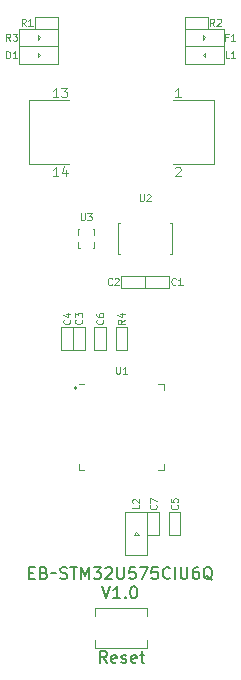
<source format=gto>
G04 #@! TF.GenerationSoftware,KiCad,Pcbnew,7.0.1*
G04 #@! TF.CreationDate,2023-03-20T20:29:13+09:00*
G04 #@! TF.ProjectId,EB-STM32U575CIU6Q,45422d53-544d-4333-9255-353735434955,V1.0*
G04 #@! TF.SameCoordinates,Original*
G04 #@! TF.FileFunction,Legend,Top*
G04 #@! TF.FilePolarity,Positive*
%FSLAX46Y46*%
G04 Gerber Fmt 4.6, Leading zero omitted, Abs format (unit mm)*
G04 Created by KiCad (PCBNEW 7.0.1) date 2023-03-20 20:29:13*
%MOMM*%
%LPD*%
G01*
G04 APERTURE LIST*
%ADD10C,0.150000*%
%ADD11C,0.100000*%
%ADD12C,0.120000*%
%ADD13C,0.200000*%
G04 APERTURE END LIST*
D10*
X-5950000Y-33350000D02*
X-5550000Y-33350000D01*
X-7790475Y-33328809D02*
X-7457142Y-33328809D01*
X-7314285Y-33852619D02*
X-7790475Y-33852619D01*
X-7790475Y-33852619D02*
X-7790475Y-32852619D01*
X-7790475Y-32852619D02*
X-7314285Y-32852619D01*
X-6552380Y-33328809D02*
X-6409523Y-33376428D01*
X-6409523Y-33376428D02*
X-6361904Y-33424047D01*
X-6361904Y-33424047D02*
X-6314285Y-33519285D01*
X-6314285Y-33519285D02*
X-6314285Y-33662142D01*
X-6314285Y-33662142D02*
X-6361904Y-33757380D01*
X-6361904Y-33757380D02*
X-6409523Y-33805000D01*
X-6409523Y-33805000D02*
X-6504761Y-33852619D01*
X-6504761Y-33852619D02*
X-6885713Y-33852619D01*
X-6885713Y-33852619D02*
X-6885713Y-32852619D01*
X-6885713Y-32852619D02*
X-6552380Y-32852619D01*
X-6552380Y-32852619D02*
X-6457142Y-32900238D01*
X-6457142Y-32900238D02*
X-6409523Y-32947857D01*
X-6409523Y-32947857D02*
X-6361904Y-33043095D01*
X-6361904Y-33043095D02*
X-6361904Y-33138333D01*
X-6361904Y-33138333D02*
X-6409523Y-33233571D01*
X-6409523Y-33233571D02*
X-6457142Y-33281190D01*
X-6457142Y-33281190D02*
X-6552380Y-33328809D01*
X-6552380Y-33328809D02*
X-6885713Y-33328809D01*
X-5171427Y-33805000D02*
X-5028570Y-33852619D01*
X-5028570Y-33852619D02*
X-4790475Y-33852619D01*
X-4790475Y-33852619D02*
X-4695237Y-33805000D01*
X-4695237Y-33805000D02*
X-4647618Y-33757380D01*
X-4647618Y-33757380D02*
X-4599999Y-33662142D01*
X-4599999Y-33662142D02*
X-4599999Y-33566904D01*
X-4599999Y-33566904D02*
X-4647618Y-33471666D01*
X-4647618Y-33471666D02*
X-4695237Y-33424047D01*
X-4695237Y-33424047D02*
X-4790475Y-33376428D01*
X-4790475Y-33376428D02*
X-4980951Y-33328809D01*
X-4980951Y-33328809D02*
X-5076189Y-33281190D01*
X-5076189Y-33281190D02*
X-5123808Y-33233571D01*
X-5123808Y-33233571D02*
X-5171427Y-33138333D01*
X-5171427Y-33138333D02*
X-5171427Y-33043095D01*
X-5171427Y-33043095D02*
X-5123808Y-32947857D01*
X-5123808Y-32947857D02*
X-5076189Y-32900238D01*
X-5076189Y-32900238D02*
X-4980951Y-32852619D01*
X-4980951Y-32852619D02*
X-4742856Y-32852619D01*
X-4742856Y-32852619D02*
X-4599999Y-32900238D01*
X-4314284Y-32852619D02*
X-3742856Y-32852619D01*
X-4028570Y-33852619D02*
X-4028570Y-32852619D01*
X-3409522Y-33852619D02*
X-3409522Y-32852619D01*
X-3409522Y-32852619D02*
X-3076189Y-33566904D01*
X-3076189Y-33566904D02*
X-2742856Y-32852619D01*
X-2742856Y-32852619D02*
X-2742856Y-33852619D01*
X-2361903Y-32852619D02*
X-1742856Y-32852619D01*
X-1742856Y-32852619D02*
X-2076189Y-33233571D01*
X-2076189Y-33233571D02*
X-1933332Y-33233571D01*
X-1933332Y-33233571D02*
X-1838094Y-33281190D01*
X-1838094Y-33281190D02*
X-1790475Y-33328809D01*
X-1790475Y-33328809D02*
X-1742856Y-33424047D01*
X-1742856Y-33424047D02*
X-1742856Y-33662142D01*
X-1742856Y-33662142D02*
X-1790475Y-33757380D01*
X-1790475Y-33757380D02*
X-1838094Y-33805000D01*
X-1838094Y-33805000D02*
X-1933332Y-33852619D01*
X-1933332Y-33852619D02*
X-2219046Y-33852619D01*
X-2219046Y-33852619D02*
X-2314284Y-33805000D01*
X-2314284Y-33805000D02*
X-2361903Y-33757380D01*
X-1361903Y-32947857D02*
X-1314284Y-32900238D01*
X-1314284Y-32900238D02*
X-1219046Y-32852619D01*
X-1219046Y-32852619D02*
X-980951Y-32852619D01*
X-980951Y-32852619D02*
X-885713Y-32900238D01*
X-885713Y-32900238D02*
X-838094Y-32947857D01*
X-838094Y-32947857D02*
X-790475Y-33043095D01*
X-790475Y-33043095D02*
X-790475Y-33138333D01*
X-790475Y-33138333D02*
X-838094Y-33281190D01*
X-838094Y-33281190D02*
X-1409522Y-33852619D01*
X-1409522Y-33852619D02*
X-790475Y-33852619D01*
X-361903Y-32852619D02*
X-361903Y-33662142D01*
X-361903Y-33662142D02*
X-314284Y-33757380D01*
X-314284Y-33757380D02*
X-266665Y-33805000D01*
X-266665Y-33805000D02*
X-171427Y-33852619D01*
X-171427Y-33852619D02*
X19048Y-33852619D01*
X19048Y-33852619D02*
X114286Y-33805000D01*
X114286Y-33805000D02*
X161905Y-33757380D01*
X161905Y-33757380D02*
X209524Y-33662142D01*
X209524Y-33662142D02*
X209524Y-32852619D01*
X1161905Y-32852619D02*
X685715Y-32852619D01*
X685715Y-32852619D02*
X638096Y-33328809D01*
X638096Y-33328809D02*
X685715Y-33281190D01*
X685715Y-33281190D02*
X780953Y-33233571D01*
X780953Y-33233571D02*
X1019048Y-33233571D01*
X1019048Y-33233571D02*
X1114286Y-33281190D01*
X1114286Y-33281190D02*
X1161905Y-33328809D01*
X1161905Y-33328809D02*
X1209524Y-33424047D01*
X1209524Y-33424047D02*
X1209524Y-33662142D01*
X1209524Y-33662142D02*
X1161905Y-33757380D01*
X1161905Y-33757380D02*
X1114286Y-33805000D01*
X1114286Y-33805000D02*
X1019048Y-33852619D01*
X1019048Y-33852619D02*
X780953Y-33852619D01*
X780953Y-33852619D02*
X685715Y-33805000D01*
X685715Y-33805000D02*
X638096Y-33757380D01*
X1542858Y-32852619D02*
X2209524Y-32852619D01*
X2209524Y-32852619D02*
X1780953Y-33852619D01*
X3066667Y-32852619D02*
X2590477Y-32852619D01*
X2590477Y-32852619D02*
X2542858Y-33328809D01*
X2542858Y-33328809D02*
X2590477Y-33281190D01*
X2590477Y-33281190D02*
X2685715Y-33233571D01*
X2685715Y-33233571D02*
X2923810Y-33233571D01*
X2923810Y-33233571D02*
X3019048Y-33281190D01*
X3019048Y-33281190D02*
X3066667Y-33328809D01*
X3066667Y-33328809D02*
X3114286Y-33424047D01*
X3114286Y-33424047D02*
X3114286Y-33662142D01*
X3114286Y-33662142D02*
X3066667Y-33757380D01*
X3066667Y-33757380D02*
X3019048Y-33805000D01*
X3019048Y-33805000D02*
X2923810Y-33852619D01*
X2923810Y-33852619D02*
X2685715Y-33852619D01*
X2685715Y-33852619D02*
X2590477Y-33805000D01*
X2590477Y-33805000D02*
X2542858Y-33757380D01*
X4114286Y-33757380D02*
X4066667Y-33805000D01*
X4066667Y-33805000D02*
X3923810Y-33852619D01*
X3923810Y-33852619D02*
X3828572Y-33852619D01*
X3828572Y-33852619D02*
X3685715Y-33805000D01*
X3685715Y-33805000D02*
X3590477Y-33709761D01*
X3590477Y-33709761D02*
X3542858Y-33614523D01*
X3542858Y-33614523D02*
X3495239Y-33424047D01*
X3495239Y-33424047D02*
X3495239Y-33281190D01*
X3495239Y-33281190D02*
X3542858Y-33090714D01*
X3542858Y-33090714D02*
X3590477Y-32995476D01*
X3590477Y-32995476D02*
X3685715Y-32900238D01*
X3685715Y-32900238D02*
X3828572Y-32852619D01*
X3828572Y-32852619D02*
X3923810Y-32852619D01*
X3923810Y-32852619D02*
X4066667Y-32900238D01*
X4066667Y-32900238D02*
X4114286Y-32947857D01*
X4542858Y-33852619D02*
X4542858Y-32852619D01*
X5019048Y-32852619D02*
X5019048Y-33662142D01*
X5019048Y-33662142D02*
X5066667Y-33757380D01*
X5066667Y-33757380D02*
X5114286Y-33805000D01*
X5114286Y-33805000D02*
X5209524Y-33852619D01*
X5209524Y-33852619D02*
X5400000Y-33852619D01*
X5400000Y-33852619D02*
X5495238Y-33805000D01*
X5495238Y-33805000D02*
X5542857Y-33757380D01*
X5542857Y-33757380D02*
X5590476Y-33662142D01*
X5590476Y-33662142D02*
X5590476Y-32852619D01*
X6495238Y-32852619D02*
X6304762Y-32852619D01*
X6304762Y-32852619D02*
X6209524Y-32900238D01*
X6209524Y-32900238D02*
X6161905Y-32947857D01*
X6161905Y-32947857D02*
X6066667Y-33090714D01*
X6066667Y-33090714D02*
X6019048Y-33281190D01*
X6019048Y-33281190D02*
X6019048Y-33662142D01*
X6019048Y-33662142D02*
X6066667Y-33757380D01*
X6066667Y-33757380D02*
X6114286Y-33805000D01*
X6114286Y-33805000D02*
X6209524Y-33852619D01*
X6209524Y-33852619D02*
X6400000Y-33852619D01*
X6400000Y-33852619D02*
X6495238Y-33805000D01*
X6495238Y-33805000D02*
X6542857Y-33757380D01*
X6542857Y-33757380D02*
X6590476Y-33662142D01*
X6590476Y-33662142D02*
X6590476Y-33424047D01*
X6590476Y-33424047D02*
X6542857Y-33328809D01*
X6542857Y-33328809D02*
X6495238Y-33281190D01*
X6495238Y-33281190D02*
X6400000Y-33233571D01*
X6400000Y-33233571D02*
X6209524Y-33233571D01*
X6209524Y-33233571D02*
X6114286Y-33281190D01*
X6114286Y-33281190D02*
X6066667Y-33328809D01*
X6066667Y-33328809D02*
X6019048Y-33424047D01*
X7685714Y-33947857D02*
X7590476Y-33900238D01*
X7590476Y-33900238D02*
X7495238Y-33805000D01*
X7495238Y-33805000D02*
X7352381Y-33662142D01*
X7352381Y-33662142D02*
X7257143Y-33614523D01*
X7257143Y-33614523D02*
X7161905Y-33614523D01*
X7209524Y-33852619D02*
X7114286Y-33805000D01*
X7114286Y-33805000D02*
X7019048Y-33709761D01*
X7019048Y-33709761D02*
X6971429Y-33519285D01*
X6971429Y-33519285D02*
X6971429Y-33185952D01*
X6971429Y-33185952D02*
X7019048Y-32995476D01*
X7019048Y-32995476D02*
X7114286Y-32900238D01*
X7114286Y-32900238D02*
X7209524Y-32852619D01*
X7209524Y-32852619D02*
X7400000Y-32852619D01*
X7400000Y-32852619D02*
X7495238Y-32900238D01*
X7495238Y-32900238D02*
X7590476Y-32995476D01*
X7590476Y-32995476D02*
X7638095Y-33185952D01*
X7638095Y-33185952D02*
X7638095Y-33519285D01*
X7638095Y-33519285D02*
X7590476Y-33709761D01*
X7590476Y-33709761D02*
X7495238Y-33805000D01*
X7495238Y-33805000D02*
X7400000Y-33852619D01*
X7400000Y-33852619D02*
X7209524Y-33852619D01*
X-1623808Y-34472619D02*
X-1290475Y-35472619D01*
X-1290475Y-35472619D02*
X-957142Y-34472619D01*
X-99999Y-35472619D02*
X-671427Y-35472619D01*
X-385713Y-35472619D02*
X-385713Y-34472619D01*
X-385713Y-34472619D02*
X-480951Y-34615476D01*
X-480951Y-34615476D02*
X-576189Y-34710714D01*
X-576189Y-34710714D02*
X-671427Y-34758333D01*
X328572Y-35377380D02*
X376191Y-35425000D01*
X376191Y-35425000D02*
X328572Y-35472619D01*
X328572Y-35472619D02*
X280953Y-35425000D01*
X280953Y-35425000D02*
X328572Y-35377380D01*
X328572Y-35377380D02*
X328572Y-35472619D01*
X995238Y-34472619D02*
X1090476Y-34472619D01*
X1090476Y-34472619D02*
X1185714Y-34520238D01*
X1185714Y-34520238D02*
X1233333Y-34567857D01*
X1233333Y-34567857D02*
X1280952Y-34663095D01*
X1280952Y-34663095D02*
X1328571Y-34853571D01*
X1328571Y-34853571D02*
X1328571Y-35091666D01*
X1328571Y-35091666D02*
X1280952Y-35282142D01*
X1280952Y-35282142D02*
X1233333Y-35377380D01*
X1233333Y-35377380D02*
X1185714Y-35425000D01*
X1185714Y-35425000D02*
X1090476Y-35472619D01*
X1090476Y-35472619D02*
X995238Y-35472619D01*
X995238Y-35472619D02*
X900000Y-35425000D01*
X900000Y-35425000D02*
X852381Y-35377380D01*
X852381Y-35377380D02*
X804762Y-35282142D01*
X804762Y-35282142D02*
X757143Y-35091666D01*
X757143Y-35091666D02*
X757143Y-34853571D01*
X757143Y-34853571D02*
X804762Y-34663095D01*
X804762Y-34663095D02*
X852381Y-34567857D01*
X852381Y-34567857D02*
X900000Y-34520238D01*
X900000Y-34520238D02*
X995238Y-34472619D01*
X-1238095Y-40962619D02*
X-1571428Y-40486428D01*
X-1809523Y-40962619D02*
X-1809523Y-39962619D01*
X-1809523Y-39962619D02*
X-1428571Y-39962619D01*
X-1428571Y-39962619D02*
X-1333333Y-40010238D01*
X-1333333Y-40010238D02*
X-1285714Y-40057857D01*
X-1285714Y-40057857D02*
X-1238095Y-40153095D01*
X-1238095Y-40153095D02*
X-1238095Y-40295952D01*
X-1238095Y-40295952D02*
X-1285714Y-40391190D01*
X-1285714Y-40391190D02*
X-1333333Y-40438809D01*
X-1333333Y-40438809D02*
X-1428571Y-40486428D01*
X-1428571Y-40486428D02*
X-1809523Y-40486428D01*
X-428571Y-40915000D02*
X-523809Y-40962619D01*
X-523809Y-40962619D02*
X-714285Y-40962619D01*
X-714285Y-40962619D02*
X-809523Y-40915000D01*
X-809523Y-40915000D02*
X-857142Y-40819761D01*
X-857142Y-40819761D02*
X-857142Y-40438809D01*
X-857142Y-40438809D02*
X-809523Y-40343571D01*
X-809523Y-40343571D02*
X-714285Y-40295952D01*
X-714285Y-40295952D02*
X-523809Y-40295952D01*
X-523809Y-40295952D02*
X-428571Y-40343571D01*
X-428571Y-40343571D02*
X-380952Y-40438809D01*
X-380952Y-40438809D02*
X-380952Y-40534047D01*
X-380952Y-40534047D02*
X-857142Y-40629285D01*
X0Y-40915000D02*
X95238Y-40962619D01*
X95238Y-40962619D02*
X285714Y-40962619D01*
X285714Y-40962619D02*
X380952Y-40915000D01*
X380952Y-40915000D02*
X428571Y-40819761D01*
X428571Y-40819761D02*
X428571Y-40772142D01*
X428571Y-40772142D02*
X380952Y-40676904D01*
X380952Y-40676904D02*
X285714Y-40629285D01*
X285714Y-40629285D02*
X142857Y-40629285D01*
X142857Y-40629285D02*
X47619Y-40581666D01*
X47619Y-40581666D02*
X0Y-40486428D01*
X0Y-40486428D02*
X0Y-40438809D01*
X0Y-40438809D02*
X47619Y-40343571D01*
X47619Y-40343571D02*
X142857Y-40295952D01*
X142857Y-40295952D02*
X285714Y-40295952D01*
X285714Y-40295952D02*
X380952Y-40343571D01*
X1238095Y-40915000D02*
X1142857Y-40962619D01*
X1142857Y-40962619D02*
X952381Y-40962619D01*
X952381Y-40962619D02*
X857143Y-40915000D01*
X857143Y-40915000D02*
X809524Y-40819761D01*
X809524Y-40819761D02*
X809524Y-40438809D01*
X809524Y-40438809D02*
X857143Y-40343571D01*
X857143Y-40343571D02*
X952381Y-40295952D01*
X952381Y-40295952D02*
X1142857Y-40295952D01*
X1142857Y-40295952D02*
X1238095Y-40343571D01*
X1238095Y-40343571D02*
X1285714Y-40438809D01*
X1285714Y-40438809D02*
X1285714Y-40534047D01*
X1285714Y-40534047D02*
X809524Y-40629285D01*
X1571429Y-40295952D02*
X1952381Y-40295952D01*
X1714286Y-39962619D02*
X1714286Y-40819761D01*
X1714286Y-40819761D02*
X1761905Y-40915000D01*
X1761905Y-40915000D02*
X1857143Y-40962619D01*
X1857143Y-40962619D02*
X1952381Y-40962619D01*
D11*
X1542857Y-1277571D02*
X1542857Y-1763285D01*
X1542857Y-1763285D02*
X1571428Y-1820428D01*
X1571428Y-1820428D02*
X1600000Y-1849000D01*
X1600000Y-1849000D02*
X1657142Y-1877571D01*
X1657142Y-1877571D02*
X1771428Y-1877571D01*
X1771428Y-1877571D02*
X1828571Y-1849000D01*
X1828571Y-1849000D02*
X1857142Y-1820428D01*
X1857142Y-1820428D02*
X1885714Y-1763285D01*
X1885714Y-1763285D02*
X1885714Y-1277571D01*
X2142856Y-1334714D02*
X2171428Y-1306142D01*
X2171428Y-1306142D02*
X2228571Y-1277571D01*
X2228571Y-1277571D02*
X2371428Y-1277571D01*
X2371428Y-1277571D02*
X2428571Y-1306142D01*
X2428571Y-1306142D02*
X2457142Y-1334714D01*
X2457142Y-1334714D02*
X2485713Y-1391857D01*
X2485713Y-1391857D02*
X2485713Y-1449000D01*
X2485713Y-1449000D02*
X2457142Y-1534714D01*
X2457142Y-1534714D02*
X2114285Y-1877571D01*
X2114285Y-1877571D02*
X2485713Y-1877571D01*
D12*
X4571428Y953714D02*
X4609524Y991809D01*
X4609524Y991809D02*
X4685714Y1029904D01*
X4685714Y1029904D02*
X4876190Y1029904D01*
X4876190Y1029904D02*
X4952381Y991809D01*
X4952381Y991809D02*
X4990476Y953714D01*
X4990476Y953714D02*
X5028571Y877523D01*
X5028571Y877523D02*
X5028571Y801333D01*
X5028571Y801333D02*
X4990476Y687047D01*
X4990476Y687047D02*
X4533333Y229904D01*
X4533333Y229904D02*
X5028571Y229904D01*
X-5352381Y6929904D02*
X-5809524Y6929904D01*
X-5580952Y6929904D02*
X-5580952Y7729904D01*
X-5580952Y7729904D02*
X-5657143Y7615619D01*
X-5657143Y7615619D02*
X-5733333Y7539428D01*
X-5733333Y7539428D02*
X-5809524Y7501333D01*
X-5085714Y7729904D02*
X-4590476Y7729904D01*
X-4590476Y7729904D02*
X-4857142Y7425142D01*
X-4857142Y7425142D02*
X-4742857Y7425142D01*
X-4742857Y7425142D02*
X-4666666Y7387047D01*
X-4666666Y7387047D02*
X-4628571Y7348952D01*
X-4628571Y7348952D02*
X-4590476Y7272761D01*
X-4590476Y7272761D02*
X-4590476Y7082285D01*
X-4590476Y7082285D02*
X-4628571Y7006095D01*
X-4628571Y7006095D02*
X-4666666Y6968000D01*
X-4666666Y6968000D02*
X-4742857Y6929904D01*
X-4742857Y6929904D02*
X-4971428Y6929904D01*
X-4971428Y6929904D02*
X-5047619Y6968000D01*
X-5047619Y6968000D02*
X-5085714Y7006095D01*
X5028571Y6929904D02*
X4571428Y6929904D01*
X4800000Y6929904D02*
X4800000Y7729904D01*
X4800000Y7729904D02*
X4723809Y7615619D01*
X4723809Y7615619D02*
X4647619Y7539428D01*
X4647619Y7539428D02*
X4571428Y7501333D01*
X-5352381Y229904D02*
X-5809524Y229904D01*
X-5580952Y229904D02*
X-5580952Y1029904D01*
X-5580952Y1029904D02*
X-5657143Y915619D01*
X-5657143Y915619D02*
X-5733333Y839428D01*
X-5733333Y839428D02*
X-5809524Y801333D01*
X-4666666Y763238D02*
X-4666666Y229904D01*
X-4857142Y1068000D02*
X-5047619Y496571D01*
X-5047619Y496571D02*
X-4552380Y496571D01*
D11*
X1527571Y-27599999D02*
X1527571Y-27885713D01*
X1527571Y-27885713D02*
X927571Y-27885713D01*
X984714Y-27428571D02*
X956142Y-27399999D01*
X956142Y-27399999D02*
X927571Y-27342857D01*
X927571Y-27342857D02*
X927571Y-27199999D01*
X927571Y-27199999D02*
X956142Y-27142857D01*
X956142Y-27142857D02*
X984714Y-27114285D01*
X984714Y-27114285D02*
X1041857Y-27085714D01*
X1041857Y-27085714D02*
X1099000Y-27085714D01*
X1099000Y-27085714D02*
X1184714Y-27114285D01*
X1184714Y-27114285D02*
X1527571Y-27457142D01*
X1527571Y-27457142D02*
X1527571Y-27085714D01*
X2920428Y-27599999D02*
X2949000Y-27628571D01*
X2949000Y-27628571D02*
X2977571Y-27714285D01*
X2977571Y-27714285D02*
X2977571Y-27771428D01*
X2977571Y-27771428D02*
X2949000Y-27857142D01*
X2949000Y-27857142D02*
X2891857Y-27914285D01*
X2891857Y-27914285D02*
X2834714Y-27942856D01*
X2834714Y-27942856D02*
X2720428Y-27971428D01*
X2720428Y-27971428D02*
X2634714Y-27971428D01*
X2634714Y-27971428D02*
X2520428Y-27942856D01*
X2520428Y-27942856D02*
X2463285Y-27914285D01*
X2463285Y-27914285D02*
X2406142Y-27857142D01*
X2406142Y-27857142D02*
X2377571Y-27771428D01*
X2377571Y-27771428D02*
X2377571Y-27714285D01*
X2377571Y-27714285D02*
X2406142Y-27628571D01*
X2406142Y-27628571D02*
X2434714Y-27599999D01*
X2377571Y-27399999D02*
X2377571Y-26999999D01*
X2377571Y-26999999D02*
X2977571Y-27257142D01*
X277571Y-11899999D02*
X-8142Y-12099999D01*
X277571Y-12242856D02*
X-322428Y-12242856D01*
X-322428Y-12242856D02*
X-322428Y-12014285D01*
X-322428Y-12014285D02*
X-293857Y-11957142D01*
X-293857Y-11957142D02*
X-265285Y-11928571D01*
X-265285Y-11928571D02*
X-208142Y-11899999D01*
X-208142Y-11899999D02*
X-122428Y-11899999D01*
X-122428Y-11899999D02*
X-65285Y-11928571D01*
X-65285Y-11928571D02*
X-36714Y-11957142D01*
X-36714Y-11957142D02*
X-8142Y-12014285D01*
X-8142Y-12014285D02*
X-8142Y-12242856D01*
X-122428Y-11385714D02*
X277571Y-11385714D01*
X-351000Y-11528571D02*
X77571Y-11671428D01*
X77571Y-11671428D02*
X77571Y-11299999D01*
X9000000Y12036714D02*
X8800000Y12036714D01*
X8800000Y11722428D02*
X8800000Y12322428D01*
X8800000Y12322428D02*
X9085714Y12322428D01*
X9628571Y11722428D02*
X9285714Y11722428D01*
X9457143Y11722428D02*
X9457143Y12322428D01*
X9457143Y12322428D02*
X9400000Y12236714D01*
X9400000Y12236714D02*
X9342857Y12179571D01*
X9342857Y12179571D02*
X9285714Y12151000D01*
X-799999Y-8920428D02*
X-828571Y-8949000D01*
X-828571Y-8949000D02*
X-914285Y-8977571D01*
X-914285Y-8977571D02*
X-971428Y-8977571D01*
X-971428Y-8977571D02*
X-1057142Y-8949000D01*
X-1057142Y-8949000D02*
X-1114285Y-8891857D01*
X-1114285Y-8891857D02*
X-1142856Y-8834714D01*
X-1142856Y-8834714D02*
X-1171428Y-8720428D01*
X-1171428Y-8720428D02*
X-1171428Y-8634714D01*
X-1171428Y-8634714D02*
X-1142856Y-8520428D01*
X-1142856Y-8520428D02*
X-1114285Y-8463285D01*
X-1114285Y-8463285D02*
X-1057142Y-8406142D01*
X-1057142Y-8406142D02*
X-971428Y-8377571D01*
X-971428Y-8377571D02*
X-914285Y-8377571D01*
X-914285Y-8377571D02*
X-828571Y-8406142D01*
X-828571Y-8406142D02*
X-799999Y-8434714D01*
X-571428Y-8434714D02*
X-542856Y-8406142D01*
X-542856Y-8406142D02*
X-485714Y-8377571D01*
X-485714Y-8377571D02*
X-342856Y-8377571D01*
X-342856Y-8377571D02*
X-285714Y-8406142D01*
X-285714Y-8406142D02*
X-257142Y-8434714D01*
X-257142Y-8434714D02*
X-228571Y-8491857D01*
X-228571Y-8491857D02*
X-228571Y-8549000D01*
X-228571Y-8549000D02*
X-257142Y-8634714D01*
X-257142Y-8634714D02*
X-599999Y-8977571D01*
X-599999Y-8977571D02*
X-228571Y-8977571D01*
X-4379571Y-11899999D02*
X-4351000Y-11928571D01*
X-4351000Y-11928571D02*
X-4322428Y-12014285D01*
X-4322428Y-12014285D02*
X-4322428Y-12071428D01*
X-4322428Y-12071428D02*
X-4351000Y-12157142D01*
X-4351000Y-12157142D02*
X-4408142Y-12214285D01*
X-4408142Y-12214285D02*
X-4465285Y-12242856D01*
X-4465285Y-12242856D02*
X-4579571Y-12271428D01*
X-4579571Y-12271428D02*
X-4665285Y-12271428D01*
X-4665285Y-12271428D02*
X-4779571Y-12242856D01*
X-4779571Y-12242856D02*
X-4836714Y-12214285D01*
X-4836714Y-12214285D02*
X-4893857Y-12157142D01*
X-4893857Y-12157142D02*
X-4922428Y-12071428D01*
X-4922428Y-12071428D02*
X-4922428Y-12014285D01*
X-4922428Y-12014285D02*
X-4893857Y-11928571D01*
X-4893857Y-11928571D02*
X-4865285Y-11899999D01*
X-4722428Y-11385714D02*
X-4322428Y-11385714D01*
X-4951000Y-11528571D02*
X-4522428Y-11671428D01*
X-4522428Y-11671428D02*
X-4522428Y-11299999D01*
X7850000Y12972428D02*
X7650000Y13258142D01*
X7507143Y12972428D02*
X7507143Y13572428D01*
X7507143Y13572428D02*
X7735714Y13572428D01*
X7735714Y13572428D02*
X7792857Y13543857D01*
X7792857Y13543857D02*
X7821428Y13515285D01*
X7821428Y13515285D02*
X7850000Y13458142D01*
X7850000Y13458142D02*
X7850000Y13372428D01*
X7850000Y13372428D02*
X7821428Y13315285D01*
X7821428Y13315285D02*
X7792857Y13286714D01*
X7792857Y13286714D02*
X7735714Y13258142D01*
X7735714Y13258142D02*
X7507143Y13258142D01*
X8078571Y13515285D02*
X8107143Y13543857D01*
X8107143Y13543857D02*
X8164286Y13572428D01*
X8164286Y13572428D02*
X8307143Y13572428D01*
X8307143Y13572428D02*
X8364286Y13543857D01*
X8364286Y13543857D02*
X8392857Y13515285D01*
X8392857Y13515285D02*
X8421428Y13458142D01*
X8421428Y13458142D02*
X8421428Y13401000D01*
X8421428Y13401000D02*
X8392857Y13315285D01*
X8392857Y13315285D02*
X8050000Y12972428D01*
X8050000Y12972428D02*
X8421428Y12972428D01*
X4720428Y-27599999D02*
X4749000Y-27628571D01*
X4749000Y-27628571D02*
X4777571Y-27714285D01*
X4777571Y-27714285D02*
X4777571Y-27771428D01*
X4777571Y-27771428D02*
X4749000Y-27857142D01*
X4749000Y-27857142D02*
X4691857Y-27914285D01*
X4691857Y-27914285D02*
X4634714Y-27942856D01*
X4634714Y-27942856D02*
X4520428Y-27971428D01*
X4520428Y-27971428D02*
X4434714Y-27971428D01*
X4434714Y-27971428D02*
X4320428Y-27942856D01*
X4320428Y-27942856D02*
X4263285Y-27914285D01*
X4263285Y-27914285D02*
X4206142Y-27857142D01*
X4206142Y-27857142D02*
X4177571Y-27771428D01*
X4177571Y-27771428D02*
X4177571Y-27714285D01*
X4177571Y-27714285D02*
X4206142Y-27628571D01*
X4206142Y-27628571D02*
X4234714Y-27599999D01*
X4177571Y-27057142D02*
X4177571Y-27342856D01*
X4177571Y-27342856D02*
X4463285Y-27371428D01*
X4463285Y-27371428D02*
X4434714Y-27342856D01*
X4434714Y-27342856D02*
X4406142Y-27285714D01*
X4406142Y-27285714D02*
X4406142Y-27142856D01*
X4406142Y-27142856D02*
X4434714Y-27085714D01*
X4434714Y-27085714D02*
X4463285Y-27057142D01*
X4463285Y-27057142D02*
X4520428Y-27028571D01*
X4520428Y-27028571D02*
X4663285Y-27028571D01*
X4663285Y-27028571D02*
X4720428Y-27057142D01*
X4720428Y-27057142D02*
X4749000Y-27085714D01*
X4749000Y-27085714D02*
X4777571Y-27142856D01*
X4777571Y-27142856D02*
X4777571Y-27285714D01*
X4777571Y-27285714D02*
X4749000Y-27342856D01*
X4749000Y-27342856D02*
X4720428Y-27371428D01*
X9100000Y10222428D02*
X8814286Y10222428D01*
X8814286Y10222428D02*
X8814286Y10822428D01*
X9614285Y10222428D02*
X9271428Y10222428D01*
X9442857Y10222428D02*
X9442857Y10822428D01*
X9442857Y10822428D02*
X9385714Y10736714D01*
X9385714Y10736714D02*
X9328571Y10679571D01*
X9328571Y10679571D02*
X9271428Y10651000D01*
X-3379571Y-11899999D02*
X-3351000Y-11928571D01*
X-3351000Y-11928571D02*
X-3322428Y-12014285D01*
X-3322428Y-12014285D02*
X-3322428Y-12071428D01*
X-3322428Y-12071428D02*
X-3351000Y-12157142D01*
X-3351000Y-12157142D02*
X-3408142Y-12214285D01*
X-3408142Y-12214285D02*
X-3465285Y-12242856D01*
X-3465285Y-12242856D02*
X-3579571Y-12271428D01*
X-3579571Y-12271428D02*
X-3665285Y-12271428D01*
X-3665285Y-12271428D02*
X-3779571Y-12242856D01*
X-3779571Y-12242856D02*
X-3836714Y-12214285D01*
X-3836714Y-12214285D02*
X-3893857Y-12157142D01*
X-3893857Y-12157142D02*
X-3922428Y-12071428D01*
X-3922428Y-12071428D02*
X-3922428Y-12014285D01*
X-3922428Y-12014285D02*
X-3893857Y-11928571D01*
X-3893857Y-11928571D02*
X-3865285Y-11899999D01*
X-3922428Y-11699999D02*
X-3922428Y-11328571D01*
X-3922428Y-11328571D02*
X-3693857Y-11528571D01*
X-3693857Y-11528571D02*
X-3693857Y-11442856D01*
X-3693857Y-11442856D02*
X-3665285Y-11385714D01*
X-3665285Y-11385714D02*
X-3636714Y-11357142D01*
X-3636714Y-11357142D02*
X-3579571Y-11328571D01*
X-3579571Y-11328571D02*
X-3436714Y-11328571D01*
X-3436714Y-11328571D02*
X-3379571Y-11357142D01*
X-3379571Y-11357142D02*
X-3351000Y-11385714D01*
X-3351000Y-11385714D02*
X-3322428Y-11442856D01*
X-3322428Y-11442856D02*
X-3322428Y-11614285D01*
X-3322428Y-11614285D02*
X-3351000Y-11671428D01*
X-3351000Y-11671428D02*
X-3379571Y-11699999D01*
X-9399999Y11722428D02*
X-9599999Y12008142D01*
X-9742856Y11722428D02*
X-9742856Y12322428D01*
X-9742856Y12322428D02*
X-9514285Y12322428D01*
X-9514285Y12322428D02*
X-9457142Y12293857D01*
X-9457142Y12293857D02*
X-9428571Y12265285D01*
X-9428571Y12265285D02*
X-9399999Y12208142D01*
X-9399999Y12208142D02*
X-9399999Y12122428D01*
X-9399999Y12122428D02*
X-9428571Y12065285D01*
X-9428571Y12065285D02*
X-9457142Y12036714D01*
X-9457142Y12036714D02*
X-9514285Y12008142D01*
X-9514285Y12008142D02*
X-9742856Y12008142D01*
X-9199999Y12322428D02*
X-8828571Y12322428D01*
X-8828571Y12322428D02*
X-9028571Y12093857D01*
X-9028571Y12093857D02*
X-8942856Y12093857D01*
X-8942856Y12093857D02*
X-8885714Y12065285D01*
X-8885714Y12065285D02*
X-8857142Y12036714D01*
X-8857142Y12036714D02*
X-8828571Y11979571D01*
X-8828571Y11979571D02*
X-8828571Y11836714D01*
X-8828571Y11836714D02*
X-8857142Y11779571D01*
X-8857142Y11779571D02*
X-8885714Y11751000D01*
X-8885714Y11751000D02*
X-8942856Y11722428D01*
X-8942856Y11722428D02*
X-9114285Y11722428D01*
X-9114285Y11722428D02*
X-9171428Y11751000D01*
X-9171428Y11751000D02*
X-9199999Y11779571D01*
X4600000Y-8920428D02*
X4571428Y-8949000D01*
X4571428Y-8949000D02*
X4485714Y-8977571D01*
X4485714Y-8977571D02*
X4428571Y-8977571D01*
X4428571Y-8977571D02*
X4342857Y-8949000D01*
X4342857Y-8949000D02*
X4285714Y-8891857D01*
X4285714Y-8891857D02*
X4257143Y-8834714D01*
X4257143Y-8834714D02*
X4228571Y-8720428D01*
X4228571Y-8720428D02*
X4228571Y-8634714D01*
X4228571Y-8634714D02*
X4257143Y-8520428D01*
X4257143Y-8520428D02*
X4285714Y-8463285D01*
X4285714Y-8463285D02*
X4342857Y-8406142D01*
X4342857Y-8406142D02*
X4428571Y-8377571D01*
X4428571Y-8377571D02*
X4485714Y-8377571D01*
X4485714Y-8377571D02*
X4571428Y-8406142D01*
X4571428Y-8406142D02*
X4600000Y-8434714D01*
X5171428Y-8977571D02*
X4828571Y-8977571D01*
X5000000Y-8977571D02*
X5000000Y-8377571D01*
X5000000Y-8377571D02*
X4942857Y-8463285D01*
X4942857Y-8463285D02*
X4885714Y-8520428D01*
X4885714Y-8520428D02*
X4828571Y-8549000D01*
X-8099999Y12972428D02*
X-8299999Y13258142D01*
X-8442856Y12972428D02*
X-8442856Y13572428D01*
X-8442856Y13572428D02*
X-8214285Y13572428D01*
X-8214285Y13572428D02*
X-8157142Y13543857D01*
X-8157142Y13543857D02*
X-8128571Y13515285D01*
X-8128571Y13515285D02*
X-8099999Y13458142D01*
X-8099999Y13458142D02*
X-8099999Y13372428D01*
X-8099999Y13372428D02*
X-8128571Y13315285D01*
X-8128571Y13315285D02*
X-8157142Y13286714D01*
X-8157142Y13286714D02*
X-8214285Y13258142D01*
X-8214285Y13258142D02*
X-8442856Y13258142D01*
X-7528571Y12972428D02*
X-7871428Y12972428D01*
X-7699999Y12972428D02*
X-7699999Y13572428D01*
X-7699999Y13572428D02*
X-7757142Y13486714D01*
X-7757142Y13486714D02*
X-7814285Y13429571D01*
X-7814285Y13429571D02*
X-7871428Y13401000D01*
X-3457142Y-2902571D02*
X-3457142Y-3388285D01*
X-3457142Y-3388285D02*
X-3428571Y-3445428D01*
X-3428571Y-3445428D02*
X-3400000Y-3474000D01*
X-3400000Y-3474000D02*
X-3342857Y-3502571D01*
X-3342857Y-3502571D02*
X-3228571Y-3502571D01*
X-3228571Y-3502571D02*
X-3171428Y-3474000D01*
X-3171428Y-3474000D02*
X-3142857Y-3445428D01*
X-3142857Y-3445428D02*
X-3114285Y-3388285D01*
X-3114285Y-3388285D02*
X-3114285Y-2902571D01*
X-2885714Y-2902571D02*
X-2514286Y-2902571D01*
X-2514286Y-2902571D02*
X-2714286Y-3131142D01*
X-2714286Y-3131142D02*
X-2628571Y-3131142D01*
X-2628571Y-3131142D02*
X-2571429Y-3159714D01*
X-2571429Y-3159714D02*
X-2542857Y-3188285D01*
X-2542857Y-3188285D02*
X-2514286Y-3245428D01*
X-2514286Y-3245428D02*
X-2514286Y-3388285D01*
X-2514286Y-3388285D02*
X-2542857Y-3445428D01*
X-2542857Y-3445428D02*
X-2571429Y-3474000D01*
X-2571429Y-3474000D02*
X-2628571Y-3502571D01*
X-2628571Y-3502571D02*
X-2800000Y-3502571D01*
X-2800000Y-3502571D02*
X-2857143Y-3474000D01*
X-2857143Y-3474000D02*
X-2885714Y-3445428D01*
X-457142Y-15877571D02*
X-457142Y-16363285D01*
X-457142Y-16363285D02*
X-428571Y-16420428D01*
X-428571Y-16420428D02*
X-400000Y-16449000D01*
X-400000Y-16449000D02*
X-342857Y-16477571D01*
X-342857Y-16477571D02*
X-228571Y-16477571D01*
X-228571Y-16477571D02*
X-171428Y-16449000D01*
X-171428Y-16449000D02*
X-142857Y-16420428D01*
X-142857Y-16420428D02*
X-114285Y-16363285D01*
X-114285Y-16363285D02*
X-114285Y-15877571D01*
X485713Y-16477571D02*
X142856Y-16477571D01*
X314285Y-16477571D02*
X314285Y-15877571D01*
X314285Y-15877571D02*
X257142Y-15963285D01*
X257142Y-15963285D02*
X199999Y-16020428D01*
X199999Y-16020428D02*
X142856Y-16049000D01*
X-9742856Y10222428D02*
X-9742856Y10822428D01*
X-9742856Y10822428D02*
X-9599999Y10822428D01*
X-9599999Y10822428D02*
X-9514285Y10793857D01*
X-9514285Y10793857D02*
X-9457142Y10736714D01*
X-9457142Y10736714D02*
X-9428571Y10679571D01*
X-9428571Y10679571D02*
X-9399999Y10565285D01*
X-9399999Y10565285D02*
X-9399999Y10479571D01*
X-9399999Y10479571D02*
X-9428571Y10365285D01*
X-9428571Y10365285D02*
X-9457142Y10308142D01*
X-9457142Y10308142D02*
X-9514285Y10251000D01*
X-9514285Y10251000D02*
X-9599999Y10222428D01*
X-9599999Y10222428D02*
X-9742856Y10222428D01*
X-8828571Y10222428D02*
X-9171428Y10222428D01*
X-8999999Y10222428D02*
X-8999999Y10822428D01*
X-8999999Y10822428D02*
X-9057142Y10736714D01*
X-9057142Y10736714D02*
X-9114285Y10679571D01*
X-9114285Y10679571D02*
X-9171428Y10651000D01*
X-1579571Y-11899999D02*
X-1551000Y-11928571D01*
X-1551000Y-11928571D02*
X-1522428Y-12014285D01*
X-1522428Y-12014285D02*
X-1522428Y-12071428D01*
X-1522428Y-12071428D02*
X-1551000Y-12157142D01*
X-1551000Y-12157142D02*
X-1608142Y-12214285D01*
X-1608142Y-12214285D02*
X-1665285Y-12242856D01*
X-1665285Y-12242856D02*
X-1779571Y-12271428D01*
X-1779571Y-12271428D02*
X-1865285Y-12271428D01*
X-1865285Y-12271428D02*
X-1979571Y-12242856D01*
X-1979571Y-12242856D02*
X-2036714Y-12214285D01*
X-2036714Y-12214285D02*
X-2093857Y-12157142D01*
X-2093857Y-12157142D02*
X-2122428Y-12071428D01*
X-2122428Y-12071428D02*
X-2122428Y-12014285D01*
X-2122428Y-12014285D02*
X-2093857Y-11928571D01*
X-2093857Y-11928571D02*
X-2065285Y-11899999D01*
X-2122428Y-11385714D02*
X-2122428Y-11499999D01*
X-2122428Y-11499999D02*
X-2093857Y-11557142D01*
X-2093857Y-11557142D02*
X-2065285Y-11585714D01*
X-2065285Y-11585714D02*
X-1979571Y-11642856D01*
X-1979571Y-11642856D02*
X-1865285Y-11671428D01*
X-1865285Y-11671428D02*
X-1636714Y-11671428D01*
X-1636714Y-11671428D02*
X-1579571Y-11642856D01*
X-1579571Y-11642856D02*
X-1551000Y-11614285D01*
X-1551000Y-11614285D02*
X-1522428Y-11557142D01*
X-1522428Y-11557142D02*
X-1522428Y-11442856D01*
X-1522428Y-11442856D02*
X-1551000Y-11385714D01*
X-1551000Y-11385714D02*
X-1579571Y-11357142D01*
X-1579571Y-11357142D02*
X-1636714Y-11328571D01*
X-1636714Y-11328571D02*
X-1779571Y-11328571D01*
X-1779571Y-11328571D02*
X-1836714Y-11357142D01*
X-1836714Y-11357142D02*
X-1865285Y-11385714D01*
X-1865285Y-11385714D02*
X-1893857Y-11442856D01*
X-1893857Y-11442856D02*
X-1893857Y-11557142D01*
X-1893857Y-11557142D02*
X-1865285Y-11614285D01*
X-1865285Y-11614285D02*
X-1836714Y-11642856D01*
X-1836714Y-11642856D02*
X-1779571Y-11671428D01*
D12*
X4300000Y-3700000D02*
X4300000Y-6300000D01*
X4100000Y-3700000D02*
X4300000Y-3700000D01*
X-100000Y-3700000D02*
X-300000Y-3700000D01*
X-300000Y-3700000D02*
X-300000Y-6300000D01*
X4300000Y-6300000D02*
X4100000Y-6300000D01*
X-300000Y-6300000D02*
X-100000Y-6300000D01*
X-7800000Y6700000D02*
X-7800000Y1300000D01*
X-7800000Y1300000D02*
X-4400000Y1300000D01*
X-4400000Y6700000D02*
X-7800000Y6700000D01*
X7800000Y6700000D02*
X4400000Y6700000D01*
X7800000Y6700000D02*
X7800000Y1300000D01*
X7800000Y1300000D02*
X4400000Y1300000D01*
X2200000Y-28150000D02*
X300000Y-28150000D01*
X2200000Y-28150000D02*
X2200000Y-31850000D01*
X300000Y-28150000D02*
X300000Y-31850000D01*
X1250000Y-29900000D02*
X1450000Y-30100000D01*
X1450000Y-30100000D02*
X1050000Y-30100000D01*
X1050000Y-30100000D02*
X1250000Y-29900000D01*
X2200000Y-31850000D02*
X300000Y-31850000D01*
X3200000Y-28150000D02*
X3200000Y-30150000D01*
X2200000Y-28150000D02*
X3200000Y-28150000D01*
X2200000Y-28150000D02*
X2200000Y-30150000D01*
X2200000Y-30150000D02*
X3200000Y-30150000D01*
X-500000Y-14500000D02*
X-500000Y-12500000D01*
X500000Y-14500000D02*
X-500000Y-14500000D01*
X500000Y-14500000D02*
X500000Y-12500000D01*
X500000Y-12500000D02*
X-500000Y-12500000D01*
X8650000Y11250000D02*
X8650000Y12750000D01*
X8650000Y11250000D02*
X5350000Y11250000D01*
X8650000Y12750000D02*
X5350000Y12750000D01*
X7100000Y12000000D02*
X6900000Y11800000D01*
X6900000Y11800000D02*
X6900000Y12200000D01*
X6900000Y12200000D02*
X7100000Y12000000D01*
X5350000Y11250000D02*
X5350000Y12750000D01*
X-2200000Y-39700000D02*
X-2200000Y-39000000D01*
X2200000Y-39700000D02*
X-2200000Y-39700000D01*
X2200000Y-39000000D02*
X2200000Y-39700000D01*
X-2200000Y-37000000D02*
X-2200000Y-36300000D01*
X-2200000Y-36300000D02*
X2200000Y-36300000D01*
X2200000Y-36300000D02*
X2200000Y-37000000D01*
X0Y-8200000D02*
X2000000Y-8200000D01*
X0Y-9200000D02*
X0Y-8200000D01*
X0Y-9200000D02*
X2000000Y-9200000D01*
X2000000Y-9200000D02*
X2000000Y-8200000D01*
X-5100000Y-14500000D02*
X-5100000Y-12500000D01*
X-4100000Y-14500000D02*
X-5100000Y-14500000D01*
X-4100000Y-14500000D02*
X-4100000Y-12500000D01*
X-4100000Y-12500000D02*
X-5100000Y-12500000D01*
X5350000Y13750000D02*
X7350000Y13750000D01*
X5350000Y12750000D02*
X5350000Y13750000D01*
X5350000Y12750000D02*
X7350000Y12750000D01*
X7350000Y12750000D02*
X7350000Y13750000D01*
X5000000Y-28150000D02*
X5000000Y-30150000D01*
X4000000Y-28150000D02*
X5000000Y-28150000D01*
X4000000Y-28150000D02*
X4000000Y-30150000D01*
X4000000Y-30150000D02*
X5000000Y-30150000D01*
X5350000Y11250000D02*
X5350000Y9750000D01*
X5350000Y11250000D02*
X8650000Y11250000D01*
X5350000Y9750000D02*
X8650000Y9750000D01*
X6900000Y10500000D02*
X7100000Y10700000D01*
X7100000Y10700000D02*
X7100000Y10300000D01*
X7100000Y10300000D02*
X6900000Y10500000D01*
X8650000Y11250000D02*
X8650000Y9750000D01*
X-4100000Y-14500000D02*
X-4100000Y-12500000D01*
X-3100000Y-14500000D02*
X-4100000Y-14500000D01*
X-3100000Y-14500000D02*
X-3100000Y-12500000D01*
X-3100000Y-12500000D02*
X-4100000Y-12500000D01*
X-5350000Y11250000D02*
X-5350000Y12750000D01*
X-5350000Y11250000D02*
X-8650000Y11250000D01*
X-5350000Y12750000D02*
X-8650000Y12750000D01*
X-6900000Y12000000D02*
X-7100000Y11800000D01*
X-7100000Y11800000D02*
X-7100000Y12200000D01*
X-7100000Y12200000D02*
X-6900000Y12000000D01*
X-8650000Y11250000D02*
X-8650000Y12750000D01*
X4000000Y-9200000D02*
X2000000Y-9200000D01*
X4000000Y-8200000D02*
X4000000Y-9200000D01*
X4000000Y-8200000D02*
X2000000Y-8200000D01*
X2000000Y-8200000D02*
X2000000Y-9200000D01*
X-5350000Y12750000D02*
X-7350000Y12750000D01*
X-5350000Y13750000D02*
X-5350000Y12750000D01*
X-5350000Y13750000D02*
X-7350000Y13750000D01*
X-7350000Y13750000D02*
X-7350000Y12750000D01*
X-3700000Y-4200000D02*
X-3600000Y-4200000D01*
X-3700000Y-4700000D02*
X-3700000Y-4200000D01*
X-3700000Y-5800000D02*
X-3700000Y-5300000D01*
X-3500000Y-5800000D02*
X-3700000Y-5800000D01*
X-2400000Y-4200000D02*
X-2300000Y-4200000D01*
X-2300000Y-4200000D02*
X-2300000Y-4700000D01*
X-2300000Y-5300000D02*
X-2300000Y-5800000D01*
X-2300000Y-5800000D02*
X-2400000Y-5800000D01*
X-3610000Y-24610000D02*
X-3610000Y-24135000D01*
X-3135000Y-17390000D02*
X-3610000Y-17390000D01*
X-3135000Y-24610000D02*
X-3610000Y-24610000D01*
X3135000Y-17390000D02*
X3610000Y-17390000D01*
X3135000Y-24610000D02*
X3610000Y-24610000D01*
X3610000Y-17390000D02*
X3610000Y-17865000D01*
X3610000Y-24610000D02*
X3610000Y-24135000D01*
D13*
X-3800000Y-17700000D02*
G75*
G03*
X-3800000Y-17700000I-100000J0D01*
G01*
D12*
X-5350000Y9750000D02*
X-5350000Y11250000D01*
X-5350000Y9750000D02*
X-8650000Y9750000D01*
X-5350000Y11250000D02*
X-8650000Y11250000D01*
X-6900000Y10500000D02*
X-7100000Y10300000D01*
X-7100000Y10300000D02*
X-7100000Y10700000D01*
X-7100000Y10700000D02*
X-6900000Y10500000D01*
X-8650000Y9750000D02*
X-8650000Y11250000D01*
X-2300000Y-14500000D02*
X-2300000Y-12500000D01*
X-1300000Y-14500000D02*
X-2300000Y-14500000D01*
X-1300000Y-14500000D02*
X-1300000Y-12500000D01*
X-1300000Y-12500000D02*
X-2300000Y-12500000D01*
M02*

</source>
